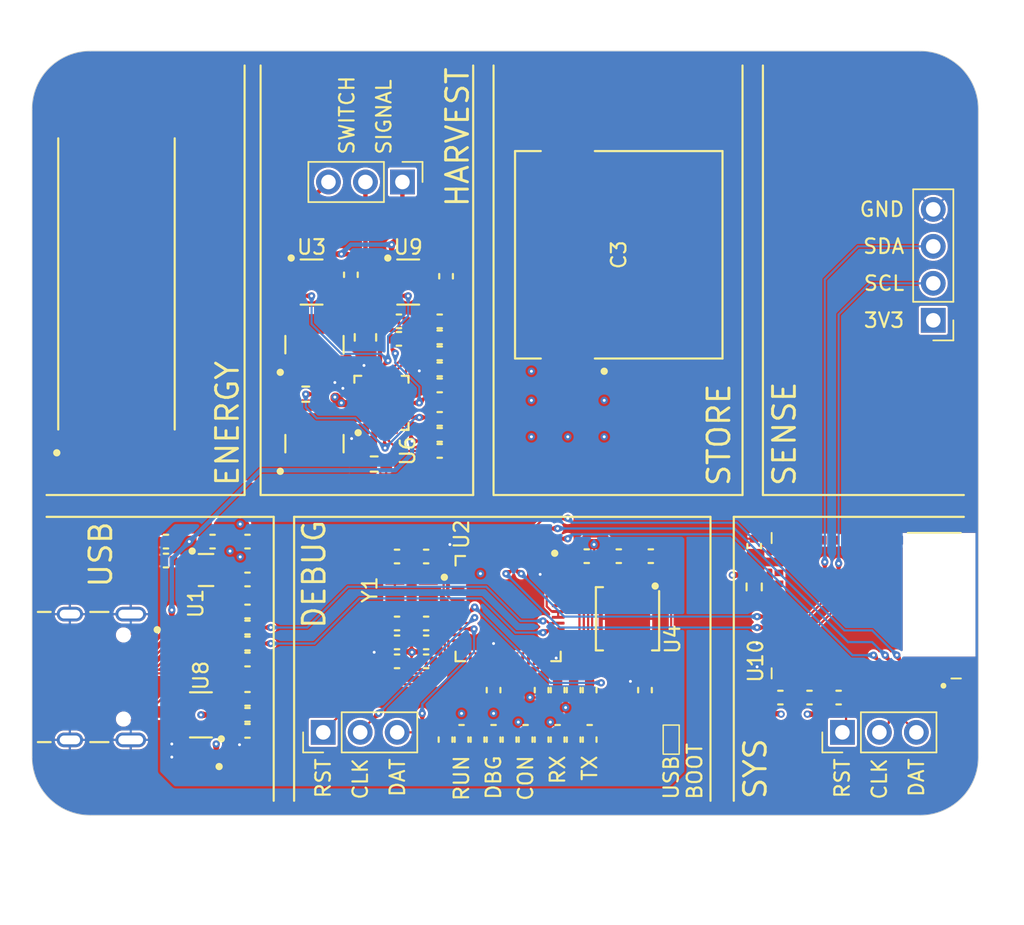
<source format=kicad_pcb>
(kicad_pcb (version 20241229) (generator "pcbnew") (generator_version "9.0")
  (layers (0 "F.Cu" signal) (4 "In1.Cu" signal) (6 "In2.Cu" signal) (2 "B.Cu" signal) (13 "F.Paste" user) (15 "B.Paste" user) (5 "F.SilkS" user "F.Silkscreen") (7 "B.SilkS" user "B.Silkscreen") (1 "F.Mask" user) (3 "B.Mask" user) (25 "Edge.Cuts" user))
  (net 0 "")
  (net 1 "VCAP")
  (net 2 "GND")
  (net 3 "VUSB")
  (net 4 "VUSB_REG")
  (net 5 "/program/XIN")
  (net 6 "/program/XOUT")
  (net 7 "+3V3")
  (net 8 "/harvester/BQ_VOUT")
  (net 9 "/harvester/VSTOR")
  (net 10 "/harvester/VREF_SAMP")
  (net 11 "/harvester/VIN_DC")
  (net 12 "/harvester/LDO_BP")
  (net 14 "/program/cUSB_CC2")
  (net 16 "/program/cUSB_N")
  (net 17 "/program/cUSB_P")
  (net 18 "/program/cUSB_CC1")
  (net 19 "/program/nUSB_BOOT")
  (net 20 "/harvester/PASS_IN")
  (net 21 "/harvester/LBOOST")
  (net 22 "/harvester/LBUCK")
  (net 23 "/harvester/CHG_FB")
  (net 24 "/harvester/CHG_PG")
  (net 25 "/harvester/CHG_ISET")
  (net 26 "/harvester/VBAT_OK_MCU")
  (net 27 "/program/USB_N")
  (net 28 "/program/USB_P")
  (net 29 "/program/XOUT_R")
  (net 30 "/program/QSPI_SS")
  (net 31 "/mcu/SCL")
  (net 32 "/mcu/SDA")
  (net 33 "/mcu/NRST")
  (net 34 "/harvester/OK_PROG")
  (net 35 "/harvester/OK_HYST")
  (net 36 "/harvester/VRDIV")
  (net 37 "/harvester/VOUT_SET")
  (net 38 "/harvester/VBAT_OV")
  (net 39 "/program/RUN")
  (net 40 "/program/RP_SWCLK")
  (net 41 "/program/RP_SWD")
  (net 42 "/mcu/SWCLK")
  (net 43 "/mcu/SWDIO")
  (net 46 "/program/DAP_RUN_LED")
  (net 48 "/program/QSPI_CLK")
  (net 50 "/mcu/UART_RX")
  (net 51 "/program/DAP_CONN_LED")
  (net 52 "/mcu/UART_TX")
  (net 55 "/program/UART_RX_LED")
  (net 61 "/program/USB_CONN_LED")
  (net 62 "/program/UART_TX_LED")
  (net 67 "/program/QSPI1")
  (net 69 "/program/QSPI0")
  (net 70 "/program/QSPI3")
  (net 72 "/program/QSPI2")
  (net 75 "/harvester/VBAT_OK")
  (net 76 "unconnected-(U9-QOD-Pad5)")
  (net 103 "/program/+1V1")
  (net 104 "/program/DAP_RUN_LED_R")
  (net 105 "/program/DAP_CONN_LED_R")
  (net 106 "/program/USB_CONN_LED_R")
  (net 107 "/program/UART_RX_LED_R")
  (net 108 "/program/UART_TX_LED_R")
  (footprint "batteryless:XCVR_453-00001R" (layer "F.Cu") (at 85 76.6 -90)
    (property "Reference" "U10")
    (property "Value" "453-00001R")
  )
  (footprint "batteryless:LED_0402_1005Metric" (layer "F.Cu") (at 61.1 85.8 -90)
    (property "Reference" "D3" (hide yes))
    (property "Value" "Red")
  )
  (footprint "batteryless:R_0402_1005Metric" (layer "F.Cu") (at 64.4 85.8 -90)
    (property "Reference" "R22" (hide yes))
    (property "Value" "470")
  )
  (footprint "batteryless:R_0402_1005Metric" (layer "F.Cu") (at 52.4 57.072566 180)
    (property "Reference" "ROUT1" (hide yes))
    (property "Value" "4.7M")
  )
  (footprint "batteryless:KXOB25-05X3F_IXY" (layer "F.Cu") (at 33 54.5 90)
    (property "Reference" "SC1" (hide yes))
    (property "Value" "Solar_Cell")
  )
  (footprint "batteryless:R_0402_1005Metric" (layer "F.Cu") (at 42 74.8)
    (property "Reference" "R1" (hide yes))
    (property "Value" "120k")
  )
  (footprint "batteryless:R_0402_1005Metric" (layer "F.Cu") (at 55.2 58.172566 180)
    (property "Reference" "ROK2" (hide yes))
    (property "Value" "4.7M")
  )
  (footprint "batteryless:R_0402_1005Metric" (layer "F.Cu") (at 55.2 61.472566)
    (property "Reference" "ROV1" (hide yes))
    (property "Value" "4.3M")
  )
  (footprint "batteryless:C_0402_1005Metric" (layer "F.Cu") (at 52.2698 73.2229 180)
    (property "Reference" "C13" (hide yes))
    (property "Value" "100n")
  )
  (footprint "batteryless:D_SOD-323" (layer "F.Cu") (at 38.8 87 180)
    (property "Reference" "D6" (hide yes))
    (property "Value" "D")
  )
  (footprint "batteryless:C_0402_1005Metric" (layer "F.Cu") (at 54.2698 80.4229 180)
    (property "Reference" "C10" (hide yes))
    (property "Value" "100n")
  )
  (footprint "batteryless:C_0805_2012Metric" (layer "F.Cu") (at 50.1 58.172566 -90)
    (property "Reference" "C24" (hide yes))
    (property "Value" "22u")
  )
  (footprint "batteryless:C_0603_1608Metric" (layer "F.Cu") (at 50.7 66.872566)
    (property "Reference" "C29" (hide yes))
    (property "Value" "4.7u")
  )
  (footprint "batteryless:R_0402_1005Metric" (layer "F.Cu") (at 52.4 58.272566)
    (property "Reference" "ROUT2" (hide yes))
    (property "Value" "8.2M")
  )
  (footprint "batteryless:R_0402_1005Metric" (layer "F.Cu") (at 82.6 82.9125)
    (property "Reference" "R27" (hide yes))
    (property "Value" "5.1k")
  )
  (footprint "batteryless:SOT-23-6" (layer "F.Cu") (at 46.4 54.372566)
    (property "Reference" "U3")
    (property "Value" "TPS22917DBV")
  )
  (footprint "batteryless:C_0402_1005Metric" (layer "F.Cu") (at 62.2 82.4 -90)
    (property "Reference" "C15" (hide yes))
    (property "Value" "100n")
  )
  (footprint "batteryless:R_0402_1005Metric" (layer "F.Cu") (at 67.5 73.2)
    (property "Reference" "R17" (hide yes))
    (property "Value" "5.1k")
  )
  (footprint "batteryless:R_0402_1005Metric" (layer "F.Cu") (at 42 79.2)
    (property "Reference" "R14" (hide yes))
    (property "Value" "27")
  )
  (footprint "batteryless:R_0402_1005Metric" (layer "F.Cu") (at 55.2 60.372566)
    (property "Reference" "ROV2" (hide yes))
    (property "Value" "8.2M")
  )
  (footprint "batteryless:R_0402_1005Metric" (layer "F.Cu") (at 42 77)
    (property "Reference" "R23" (hide yes))
    (property "Value" "5.1k")
  )
  (footprint "batteryless:R_0402_1005Metric" (layer "F.Cu") (at 55.2 64.872566)
    (property "Reference" "R4" (hide yes))
    (property "Value" "120k")
  )
  (footprint "batteryless:C_0402_1005Metric" (layer "F.Cu") (at 76.8 72.5125 90)
    (property "Reference" "C20" (hide yes))
    (property "Value" "100n")
  )
  (footprint "batteryless:IND_TAIYO_NRS4018_TAY" (layer "F.Cu") (at 46.6 58.672566 90)
    (property "Reference" "L2" (hide yes))
    (property "Value" "10u")
  )
  (footprint "batteryless:C_0402_1005Metric" (layer "F.Cu") (at 42 84.1)
    (property "Reference" "C4" (hide yes))
    (property "Value" "1u")
  )
  (footprint "batteryless:R_0402_1005Metric" (layer "F.Cu") (at 36.4 73.5 180)
    (property "Reference" "R3" (hide yes))
    (property "Value" "750")
  )
  (footprint "batteryless:R_0402_1005Metric" (layer "F.Cu") (at 54.2698 77.8229 180)
    (property "Reference" "R15" (hide yes))
    (property "Value" "0")
  )
  (footprint "batteryless:R_0402_1005Metric" (layer "F.Cu") (at 62.2 85.8 -90)
    (property "Reference" "R21" (hide yes))
    (property "Value" "470")
  )
  (footprint "batteryless:QFN-20-1EP_3.5x3.5mm_P0.5mm_EP2x2mm" (layer "F.Cu") (at 51.2 62.672566 90)
    (property "Reference" "U6")
    (property "Value" "BQ25570")
  )
  (footprint "batteryless:R_0402_1005Metric" (layer "F.Cu") (at 42 78.1)
    (property "Reference" "R13" (hide yes))
    (property "Value" "27")
  )
  (footprint "batteryless:C_0402_1005Metric" (layer "F.Cu") (at 63.3 82.4 -90)
    (property "Reference" "C6" (hide yes))
    (property "Value" "1u")
  )
  (footprint "batteryless:C_0402_1005Metric" (layer "F.Cu") (at 49.1 53.872566 -90)
    (property "Reference" "C21" (hide yes))
    (property "Value" "1u")
  )
  (footprint "batteryless:R_0402_1005Metric" (layer "F.Cu") (at 55.2 57.072566)
    (property "Reference" "ROK1" (hide yes))
    (property "Value" "5.6M")
  )
  (footprint "batteryless:SOT-23-6" (layer "F.Cu") (at 53.0375 54.372566)
    (property "Reference" "U9")
    (property "Value" "TPS22917DBV")
  )
  (footprint "batteryless:C_0402_1005Metric" (layer "F.Cu") (at 64.4 82.4 -90)
    (property "Reference" "C14" (hide yes))
    (property "Value" "100n")
  )
  (footprint "batteryless:LED_0402_1005Metric" (layer "F.Cu") (at 58.9 85.8 -90)
    (property "Reference" "D2" (hide yes))
    (property "Value" "Green")
  )
  (footprint "batteryless:C_0402_1005Metric" (layer "F.Cu") (at 65.3 73.2)
    (property "Reference" "C16" (hide yes))
    (property "Value" "100n")
  )
  (footprint "batteryless:R_0402_1005Metric" (layer "F.Cu") (at 69.7 73.2)
    (property "Reference" "R18" (hide yes))
    (property "Value" "1k")
  )
  (footprint "batteryless:C_0402_1005Metric" (layer "F.Cu") (at 42 85.2)
    (property "Reference" "C5" (hide yes))
    (property "Value" "1u")
  )
  (footprint "batteryless:C_0402_1005Metric" (layer "F.Cu") (at 69.3 82.4 -90)
    (property "Reference" "C19" (hide yes))
    (property "Value" "100n")
  )
  (footprint "batteryless:C_0402_1005Metric" (layer "F.Cu") (at 54.2698 73.2229 180)
    (property "Reference" "C17" (hide yes))
    (property "Value" "15p")
  )
  (footprint "batteryless:SolderJumper2_Open_0402" (layer "F.Cu") (at 71.1 85.8 90)
    (property "Reference" "JP1" (hide yes))
    (property "Value" "SolderJumper_2_Open")
  )
  (footprint "batteryless:IND_TAIYO_NRS4018_TAY" (layer "F.Cu") (at 46.6 65.472566 90)
    (property "Reference" "L1" (hide yes))
    (property "Value" "22u")
  )
  (footprint "batteryless:C_0402_1005Metric" (layer "F.Cu") (at 42 83)
    (property "Reference" "C30" (hide yes))
    (property "Value" "10n")
  )
  (footprint "batteryless:LED_0402_1005Metric" (layer "F.Cu") (at 56.7 85.8 -90)
    (property "Reference" "D1" (hide yes))
    (property "Value" "Yellow")
  )
  (footprint "batteryless:PinHeader_1x03_P2.54mm_Vertical" (layer "F.Cu") (at 82.86 85.3 90)
    (property "Reference" "J4" (hide yes))
    (property "Value" "Conn_01x03_Pin")
  )
  (footprint "batteryless:PinHeader_1x03_P2.54mm_Vertical" (layer "F.Cu") (at 47.2 85.3 90)
    (property "Reference" "J3" (hide yes))
    (property "Value" "Conn_01x03_Pin")
  )
  (footprint "batteryless:R_0402_1005Metric" (layer "F.Cu") (at 78.6 82.9125)
    (property "Reference" "R26" (hide yes))
    (property "Value" "5.1k")
  )
  (footprint "batteryless:R_0402_1005Metric" (layer "F.Cu") (at 57.8 85.8 -90)
    (property "Reference" "R19" (hide yes))
    (property "Value" "470")
  )
  (footprint "batteryless:C_0603_1608Metric" (layer "F.Cu") (at 46 62.072566 180)
    (property "Reference" "C27" (hide yes))
    (property "Value" "4.7u")
  )
  (footprint "batteryless:LED_0402_1005Metric" (layer "F.Cu") (at 63.3 85.8 -90)
    (property "Reference" "D4" (hide yes))
    (property "Value" "Yellow")
  )
  (footprint "batteryless:C_0402_1005Metric" (layer "F.Cu") (at 52.2698 80.4229)
    (property "Reference" "C11" (hide yes))
    (property "Value" "100n")
  )
  (footprint "batteryless:C_0402_1005Metric" (layer "F.Cu") (at 58.9 82.4 -90)
    (property "Reference" "C12" (hide yes))
    (property "Value" "100n")
  )
  (footprint "batteryless:CAP_MAL219691154E3_VIS" (layer "F.Cu") (at 67.5 52.5 90)
    (property "Reference" "C3")
    (property "Value" "4F")
  )
  (footprint "batteryless:C_0402_1005Metric" (layer "F.Cu") (at 52.2698 79.1229)
    (property "Reference" "C9" (hide yes))
    (property "Value" "1u")
  )
  (footprint "batteryless:C_0402_1005Metric" (layer "F.Cu") (at 39.6 72.2 180)
    (property "Reference" "C1" (hide yes))
    (property "Value" "1u")
  )
  (footprint "batteryless:LED_0402_1005Metric" (layer "F.Cu") (at 65.5 85.8 -90)
    (property "Reference" "D5" (hide yes))
    (property "Value" "Green")
  )
  (footprint "batteryless:C_0603_1608Metric" (layer "F.Cu") (at 76.8 75.3125 -90)
    (property "Reference" "C22" (hide yes))
    (property "Value" "10u")
  )
  (footprint "batteryless:R_0402_1005Metric" (layer "F.Cu") (at 55.2 59.272566)
    (property "Reference" "ROK3" (hide yes))
    (property "Value" "1.2M")
  )
  (footprint "batteryless:XSON-8-1EP_4x4mm_P0.8" (layer "F.Cu") (at 68.1 77.5 -90)
    (property "Reference" "U4")
    (property "Value" "W25Q64JVXGIM")
  )
  (footprint "batteryless:C_0402_1005Metric" (layer "F.Cu") (at 65.5 82.4 -90)
    (property "Reference" "C7" (hide yes))
    (property "Value" "100n")
  )
  (footprint "batteryless:R_0402_1005Metric" (layer "F.Cu") (at 42 72.2)
    (property "Reference" "R2" (hide yes))
    (property "Value" "620k")
  )
  (footprint "batteryless:QFN-56-1EP_7x7mm_P0.4mm_EP3.2x3.2mm" (layer "F.Cu") (at 59.9 76.8 -90)
    (property "Reference" "U2")
    (property "Value" "RP2040")
  )
  (footprint "batteryless:Crystal_SMD_Abracon_ABM8" (layer "F.Cu") (at 53.2698 75.5229 180)
    (property "Reference" "Y1")
    (property "Value" "Crystal_GND24")
  )
  (footprint "batteryless:PinHeader_1x04_P2.54mm_Vertical" (layer "F.Cu") (at 89.1 57 180)
    (property "Reference" "J2" (hide yes))
    (property "Value" "Conn_01x04_Pin")
  )
  (footprint "batteryless:C_0402_1005Metric" (layer "F.Cu") (at 55.2 65.972566)
    (property "Reference" "C28" (hide yes))
    (property "Value" "10n")
  )
  (footprint "batteryless:C_0402_1005Metric" (layer "F.Cu") (at 52.2698 77.8229 180)
    (property "Reference" "C18" (hide yes))
    (property "Value" "15p")
  )
  (footprint "batteryless:C_0402_1005Metric" (layer "F.Cu") (at 55.2 63.772566)
    (property "Reference" "C26" (hide yes))
    (property "Value" "10n")
  )
  (footprint "batteryless:R_0402_1005Metric" (layer "F.Cu") (at 55.6 85.8 -90)
    (property "Reference" "R16" (hide yes))
    (property "Value" "470")
  )
  (footprint "batteryless:R_0402_1005Metric" (layer "F.Cu") (at 42 80.3)
    (property "Reference" "R24" (hide yes))
    (property "Value" "5.1k")
  )
  (footprint "batteryless:R_0402_1005Metric" (layer "F.Cu") (at 60 85.8 -90)
    (property "Reference" "R20" (hide yes))
    (property "Value" "470")
  )
  (footprint "batteryless:SOT-23-5" (layer "F.Cu") (at 38.8 84.1 180)
    (property "Reference" "U8")
    (property "Value" "LP2985-3.3")
  )
  (footprint "batteryless:R_0402_1005Metric" (layer "F.Cu") (at 80.6 82.9125 180)
    (property "Reference" "R25" (hide yes))
    (property "Value" "5.1k")
  )
  (footprint "batteryless:C_0402_1005Metric" (layer "F.Cu") (at 54.2698 79.1229 180)
    (property "Reference" "C8" (hide yes))
    (property "Value" "100n")
  )
  (footprint "batteryless:R_0402_1005Metric" (layer "F.Cu") (at 55.6375 53.972566 -90)
    (property "Reference" "R5" (hide yes))
    (property "Value" "120k")
  )
  (footprint "batteryless:C_0402_1005Metric" (layer "F.Cu") (at 36.4 72.2 180)
    (property "Reference" "C2" (hide yes))
    (property "Value" "1u")
  )
  (footprint "batteryless:WSON-8-1EP_2x2mm_P0.5mm_EP0.9x1.6mm" (layer "F.Cu") (at 39.15 74.15)
    (property "Reference" "U1")
    (property "Value" "BQ25173DSG")
  )
  (footprint "batteryless:GCT_USB4105-GF-A" (layer "F.Cu") (at 29.8 81.5 -90)
    (property "Reference" "J1" (hide yes))
    (property "Value" "USB_C_Receptacle_USB2.0_16P")
  )
  (footprint "batteryless:PinHeader_1x03_P2.54mm_Vertical" (layer "F.Cu") (at 52.64 47.5 -90)
    (property "Reference" "J5" (hide yes))
    (property "Value" "Conn_01x03_Pin")
  )
  (gr_line (start 43.8 70.5) (end 28.2 70.5) (stroke (width 0.15)) (layer "F.SilkS"))
  (gr_line (start 73.8 70.5) (end 73.8 90) (stroke (width 0.15)) (layer "F.SilkS"))
  (gr_line (start 57.5 69) (end 57.5 39.5) (stroke (width 0.15)) (layer "F.SilkS"))
  (gr_line (start 76 69) (end 76 39.5) (stroke (width 0.15)) (layer "F.SilkS"))
  (gr_line (start 91.2 70.5) (end 75.4 70.5) (stroke (width 0.15)) (layer "F.SilkS"))
  (gr_line (start 45.2 90) (end 45.2 70.5) (stroke (width 0.15)) (layer "F.SilkS"))
  (gr_line (start 42.9 39.5) (end 42.9 69) (stroke (width 0.15)) (layer "F.SilkS"))
  (gr_line (start 42.9 69) (end 57.5 69) (stroke (width 0.15)) (layer "F.SilkS"))
  (gr_line (start 77.4 69) (end 91.2 69) (stroke (width 0.15)) (layer "F.SilkS"))
  (gr_line (start 77.4 39.5) (end 77.4 69) (stroke (width 0.15)) (layer "F.SilkS"))
  (gr_line (start 45.2 70.5) (end 73.8 70.5) (stroke (width 0.15)) (layer "F.SilkS"))
  (gr_line (start 28.2 69) (end 41.8 69) (stroke (width 0.15)) (layer "F.SilkS"))
  (gr_line (start 58.9 39.5) (end 58.9 69) (stroke (width 0.15)) (layer "F.SilkS"))
  (gr_line (start 58.9 69) (end 76 69) (stroke (width 0.15)) (layer "F.SilkS"))
  (gr_line (start 41.8 69) (end 41.8 39.5) (stroke (width 0.15)) (layer "F.SilkS"))
  (gr_line (start 75.4 70.5) (end 75.4 90) (stroke (width 0.15)) (layer "F.SilkS"))
  (gr_line (start 43.8 90) (end 43.8 70.5) (stroke (width 0.15)) (layer "F.SilkS"))
  (gr_line (start 88.2 38.5) (end 31.2 38.5) (stroke (width 0.05)) (layer "Edge.Cuts"))
  (gr_arc (start 92.2 87) (mid 91.028427 89.828427) (end 88.2 91) (stroke (width 0.05)) (layer "Edge.Cuts"))
  (gr_line (start 27.2 87) (end 27.2 42.5) (stroke (width 0.05)) (layer "Edge.Cuts"))
  (gr_arc (start 88.2 38.5) (mid 91.028427 39.671573) (end 92.2 42.5) (stroke (width 0.05)) (layer "Edge.Cuts"))
  (gr_arc (start 27.2 42.5) (mid 28.371573 39.671573) (end 31.2 38.5) (stroke (width 0.05)) (layer "Edge.Cuts"))
  (gr_line (start 92.2 87) (end 92.2 42.5) (stroke (width 0.05)) (layer "Edge.Cuts"))
  (gr_arc (start 31.2 91) (mid 28.371573 89.828427) (end 27.2 87) (stroke (width 0.05)) (layer "Edge.Cuts"))
  (gr_line (start 31.2 91) (end 88.2 91) (stroke (width 0.05)) (layer "Edge.Cuts"))
  (gr_text "SCL" (at 87.2 54.46 0) (layer "F.SilkS") (effects (font (size 1 1) (thickness 0.15) (bold yes)) (justify right)))
  (gr_text "RST" (at 47.2 87 90) (layer "F.SilkS") (effects (font (size 1 1) (thickness 0.15) (bold yes)) (justify right)))
  (gr_text "RX" (at 63.3 86.8 90) (layer "F.SilkS") (effects (font (size 1 1) (thickness 0.15) (bold yes)) (justify right)))
  (gr_text "DBG" (at 58.9 86.8 90) (layer "F.SilkS") (effects (font (size 1 1) (thickness 0.15) (bold yes)) (justify right)))
  (gr_text "SWITCH" (at 48.83 45.7 90) (layer "F.SilkS") (effects (font (size 1 1) (thickness 0.15) (bold yes)) (justify left)))
  (gr_text "SDA" (at 87.2 51.92 0) (layer "F.SilkS") (effects (font (size 1 1) (thickness 0.15) (bold yes)) (justify right)))
  (gr_text "DEBUG" (at 45.7 70.6 90) (layer "F.SilkS") (effects (font (size 1.5 1.5) (thickness 0.2)) (justify right top)))
  (gr_text "3V3" (at 87.2 57 0) (layer "F.SilkS") (effects (font (size 1 1) (thickness 0.15) (bold yes)) (justify right)))
  (gr_text "USB" (at 32.8 70.7 90) (layer "F.SilkS") (effects (font (size 1.5 1.5) (thickness 0.2)) (justify right bottom)))
  (gr_text "CLK" (at 49.75 87 90) (layer "F.SilkS") (effects (font (size 1 1) (thickness 0.15) (bold yes)) (justify right)))
  (gr_text "USB\nBOOT" (at 73.3 90 90) (layer "F.SilkS") (effects (font (size 1 1) (thickness 0.15) (bold yes)) (justify left bottom)))
  (gr_text "GND" (at 87.2 49.38 0) (layer "F.SilkS") (effects (font (size 1 1) (thickness 0.15) (bold yes)) (justify right)))
  (gr_text "RST" (at 82.85 87 90) (layer "F.SilkS") (effects (font (size 1 1) (thickness 0.15) (bold yes)) (justify right)))
  (gr_text "HARVEST" (at 57.3 39.5 90) (layer "F.SilkS") (effects (font (size 1.5 1.5) (thickness 0.2)) (justify right bottom)))
  (gr_text "ENERGY" (at 41.5 68.5 90) (layer "F.SilkS") (effects (font (size 1.5 1.5) (thickness 0.2)) (justify left bottom)))
  (gr_text "TX" (at 65.5 86.8 90) (layer "F.SilkS") (effects (font (size 1 1) (thickness 0.15) (bold yes)) (justify right)))
  (gr_text "STORE" (at 73.5 68.5 90) (layer "F.SilkS") (effects (font (size 1.5 1.5) (thickness 0.2)) (justify left top)))
  (gr_text "CLK" (at 85.4 87 90) (layer "F.SilkS") (effects (font (size 1 1) (thickness 0.15) (bold yes)) (justify right)))
  (gr_text "DAT" (at 87.95 87 90) (layer "F.SilkS") (effects (font (size 1 1) (thickness 0.15) (bold yes)) (justify right)))
  (gr_text "SYS" (at 76 90 90) (layer "F.SilkS") (effects (font (size 1.5 1.5) (thickness 0.2)) (justify left top)))
  (gr_text "DAT" (at 52.3 87 90) (layer "F.SilkS") (effects (font (size 1 1) (thickness 0.15) (bold yes)) (justify right)))
  (gr_text "RUN" (at 56.7 86.8 90) (layer "F.SilkS") (effects (font (size 1 1) (thickness 0.15) (bold yes)) (justify right)))
  (gr_text "SIGNAL" (at 51.37 45.7 90) (layer "F.SilkS") (effects (font (size 1 1) (thickness 0.15) (bold yes)) (justify left)))
  (gr_text "CON" (at 61.1 86.8 90) (layer "F.SilkS") (effects (font (size 1 1) (thickness 0.15) (bold yes)) (justify right)))
  (gr_text "SENSE" (at 78 68.5 90) (layer "F.SilkS") (effects (font (size 1.5 1.5) (thickness 0.2)) (justify left top)))
  (via (at 40.8 72.85) (size 0.5) (drill 0.2) (layers "F.Cu" "B.Cu") (net 1))
  (via (at 48.45 62.672566) (size 0.5) (drill 0.2) (layers "F.Cu" "B.Cu") (net 1))
  (via (at 41.5 73.25) (size 0.5) (drill 0.2) (layers "F.Cu" "B.Cu") (net 1))
  (via (at 66.5 65) (size 0.5) (drill 0.2) (layers "F.Cu" "B.Cu") (net 1))
  (via (at 48 62.272566) (size 0.5) (drill 0.2) (layers "F.Cu" "B.Cu") (net 1))
  (via (at 61.5 65) (size 0.5) (drill 0.2) (layers "F.Cu" "B.Cu") (net 1))
  (via (at 41.5 71) (size 0.5) (drill 0.2) (layers "F.Cu" "B.Cu") (net 1))
  (via (at 61.5 62.5) (size 0.5) (drill 0.2) (layers "F.Cu" "B.Cu") (net 1))
  (via (at 61.5 60.5) (size 0.5) (drill 0.2) (layers "F.Cu" "B.Cu") (net 1))
  (via (at 66.5 62.5) (size 0.5) (drill 0.2) (layers "F.Cu" "B.Cu") (net 1))
  (via (at 64 65) (size 0.5) (drill 0.2) (layers "F.Cu" "B.Cu") (net 1))
  (segment (start 39.9375 84.1) (end 38.8 84.1) (width 0.3) (layer "F.Cu") (net 2))
  (via (at 62.8 84.6) (size 0.5) (drill 0.2) (layers "F.Cu" "B.Cu") (net 2))
  (via (at 63.85 83.6) (size 0.5) (drill 0.2) (layers "F.Cu" "B.Cu") (net 2))
  (via (at 60.6 84.6) (size 0.5) (drill 0.2) (layers "F.Cu" "B.Cu") (net 2))
  (via (at 58 74.4) (size 0.5) (drill 0.2) (layers "F.Cu" "B.Cu") (net 2))
  (via (at 77 79.2) (size 0.5) (drill 0.2) (layers "F.Cu" "B.Cu") (net 2))
  (via (at 49.15 65.122566) (size 0.5) (drill 0.2) (layers "F.Cu" "B.Cu") (net 2))
  (via (at 38.8 84.1) (size 0.5) (drill 0.2) (layers "F.Cu" "B.Cu") (net 2))
  (via (at 53.3 79.8) (size 0.5) (drill 0.2) (layers "F.Cu" "B.Cu") (net 2))
  (via (at 58.9 84) (size 0.5) (drill 0.2) (layers "F.Cu" "B.Cu") (net 2))
  (via (at 48 61.272566) (size 0.5) (drill 0.2) (layers "F.Cu" "B.Cu") (net 2))
  (via (at 77 80.8) (size 0.5) (drill 0.2) (layers "F.Cu" "B.Cu") (net 2))
  (via (at 50 60.1) (size 0.5) (drill 0.2) (layers "F.Cu" "B.Cu") (net 2))
  (via (at 53.8 60.472566) (size 0.5) (drill 0.2) (layers "F.Cu" "B.Cu") (net 2))
  (via (at 56.7 84) (size 0.5) (drill 0.2) (layers "F.Cu" "B.Cu") (net 2))
  (via (at 48.55 61.672566) (size 0.5) (drill 0.2) (layers "F.Cu" "B.Cu") (net 2))
  (via (at 65.8 72.4) (size 0.5) (drill 0.2) (layers "F.Cu" "B.Cu") (net 2))
  (via (at 61.4 82.9) (size 0.5) (drill 0.2) (layers "F.Cu" "B.Cu") (net 2))
  (segment (start 36.8 77.85) (end 35.55 79.1) (width 0.3) (layer "F.Cu") (net 3))
  (segment (start 34.074 79.1) (end 34.555 79.1) (width 0.3) (layer "F.Cu") (net 3))
  (segment (start 32.9 80.274) (end 34.074 79.1) (width 0.3) (layer "F.Cu") (net 3))
  (segment (start 54.69 64.872566) (end 54.177434 64.872566) (width 0.15) (layer "F.Cu") (net 3))
  (segment (start 35.55 79.1) (end 34.555 79.1) (width 0.3) (layer "F.Cu") (net 3))
  (segment (start 34.074 83.9) (end 32.9 82.726) (width 0.3) (layer "F.Cu") (net 3))
  (segment (start 52.660066 64.360066) (end 52.2 64.360066) (width 0.15) (layer "F.Cu") (net 3))
  (segment (start 53.3 65.3) (end 53.3 65) (width 0.15) (layer "F.Cu") (net 3))
  (segment (start 53.3 65) (end 52.660066 64.360066) (width 0.15) (layer "F.Cu") (net 3))
  (segment (start 34.555 83.9) (end 34.074 83.9) (width 0.3) (layer "F.Cu") (net 3))
  (segment (start 54.177434 64.872566) (end 53.75 65.3) (width 0.15) (layer "F.Cu") (net 3))
  (segment (start 36.8 76.9) (end 36.8 77.85) (width 0.3) (layer "F.Cu") (net 3))
  (segment (start 32.9 82.726) (end 32.9 80.274) (width 0.3) (layer "F.Cu") (net 3))
  (segment (start 53.75 65.3) (end 53.3 65.3) (width 0.15) (layer "F.Cu") (net 3))
  (via (at 38 72.2) (size 0.5) (drill 0.2) (layers "F.Cu" "B.Cu") (net 3))
  (via (at 36.8 76.9) (size 0.5) (drill 0.2) (layers "F.Cu" "B.Cu") (net 3))
  (via (at 53.3 65.3) (size 0.5) (drill 0.2) (layers "F.Cu" "B.Cu") (net 3))
  (segment (start 53.3 66.15) (end 53.3 65.3) (width 0.3) (layer "B.Cu") (net 3))
  (segment (start 38 72.2) (end 42.9 67.3) (width 0.3) (layer "B.Cu") (net 3))
  (segment (start 52.15 67.3) (end 53.3 66.15) (width 0.3) (layer "B.Cu") (net 3))
  (segment (start 36.8 73.4) (end 38 72.2) (width 0.3) (layer "B.Cu") (net 3))
  (segment (start 42.9 67.3) (end 52.15 67.3) (width 0.3) (layer "B.Cu") (net 3))
  (segment (start 36.8 76.9) (end 36.8 73.4) (width 0.3) (layer "B.Cu") (net 3))
  (segment (start 55.2698 78.134646) (end 55.004546 78.3999) (width 0.15) (layer "F.Cu") (net 4))
  (segment (start 64.8 77.2) (end 64.8 80.8) (width 0.15) (layer "F.Cu") (net 4))
  (segment (start 37.75 87) (end 36.8 87) (width 0.3) (layer "F.Cu") (net 4))
  (segment (start 66.7 71.85) (end 66.99 72.14) (width 0.15) (layer "F.Cu") (net 4))
  (segment (start 55.9 72.4) (end 53 72.4) (width 0.15) (layer "F.Cu") (net 4))
  (segment (start 64.79 73.2) (end 64.79 72.16) (width 0.15) (layer "F.Cu") (net 4))
  (segment (start 51.7598 81.1098) (end 51.9 81.25) (width 0.15) (layer "F.Cu") (net 4))
  (segment (start 51.7598 78.5099) (end 51.7598 78.9229) (width 0.15) (layer "F.Cu") (net 4))
  (segment (start 51.9 81.25) (end 54.6 81.25) (width 0.15) (layer "F.Cu") (net 4))
  (segment (start 62.9 77) (end 63.3375 77) (width 0.15) (layer "F.Cu") (net 4))
  (segment (start 51.7598 80.4229) (end 51.7598 81.1098) (width 0.15) (layer "F.Cu") (net 4))
  (segment (start 63.3375 77) (end 64.6 77) (width 0.15) (layer "F.Cu") (net 4))
  (segment (start 69.3 81.89) (end 69.3 79.46865) (width 0.15) (layer "F.Cu") (net 4))
  (segment (start 64.6 77) (end 64.8 77.2) (width 0.15) (layer "F.Cu") (net 4))
  (segment (start 55.2698 77.6229) (end 55.2698 78.134646) (width 0.15) (layer "F.Cu") (net 4))
  (segment (start 50.7 79.8) (end 51.3229 80.4229) (width 0.3) (layer "F.Cu") (net 4))
  (segment (start 55.004546 78.3999) (end 51.8698 78.3999) (width 0.15) (layer "F.Cu") (net 4))
  (segment (start 65.1 71.85) (end 66.7 71.85) (width 0.15) (layer "F.Cu") (net 4))
  (segment (start 64.8 80.8) (end 64.3 81.3) (width 0.15) (layer "F.Cu") (net 4))
  (segment (start 37.6625 85.8875) (end 37.6625 85.05) (width 0.3) (layer "F.Cu") (net 4))
  (segment (start 69.3 79.46865) (end 69.30015 79.4685) (width 0.15) (layer "F.Cu") (net 4))
  (segment (start 51.8698 78.3999) (end 51.7598 78.5099) (width 0.15) (layer "F.Cu") (net 4))
  (segment (start 63.3375 77.4) (end 63.3375 77) (width 0.15) (layer "F.Cu") (net 4))
  (segment (start 62.55 76.65) (end 62.9 77) (width 0.15) (layer "F.Cu") (net 4))
  (segment (start 66.99 72.14) (end 66.99 73.2) (width 0.15) (layer "F.Cu") (net 4))
  (segment (start 54.7 80.5027) (end 54.7798 80.4229) (width 0.15) (layer "F.Cu") (net 4))
  (segment (start 62.5 74.05) (end 62.1 74.45) (width 0.15) (layer "F.Cu") (net 4))
  (segment (start 58.9 73.3625) (end 58.9 72.65) (width 0.15) (layer "F.Cu") (net 4))
  (segment (start 51.3229 80.4229) (end 51.7598 80.4229) (width 0.3) (layer "F.Cu") (net 4))
  (segment (start 55.8927 77) (end 55.2698 77.6229) (width 0.15) (layer "F.Cu") (net 4))
  (segment (start 64.3 81.3) (end 64.3 81.89) (width 0.15) (layer "F.Cu") (net 4))
  (segment (start 58.65 72.4) (end 55.9 72.4) (width 0.15) (layer "F.Cu") (net 4))
  (segment (start 50.7 79.8) (end 51.3771 79.1229) (width 0.3) (layer "F.Cu") (net 4))
  (segment (start 58.9 81.89) (end 58.9 80.2375) (width 0.15) (layer "F.Cu") (net 4))
  (segment (start 64.79 73.2) (end 64.6275 73.3625) (width 0.15) (layer "F.Cu") (net 4))
  (segment (start 64.79 72.16) (end 65.1 71.85) (width 0.15) (layer "F.Cu") (net 4))
  (segment (start 58.9 80.2375) (end 58.9 79.2) (width 0.15) (layer "F.Cu") (net 4))
  (segment (start 53 72.4) (end 52.7798 72.6202) (width 0.15) (layer "F.Cu") (net 4))
  (segment (start 56.4625 77) (end 55.8927 77) (width 0.15) (layer "F.Cu") (net 4))
  (segment (start 41.45 86.15) (end 41.45 85.24) (width 0.3) (layer "F.Cu") (net 4))
  (segment (start 51.3771 79.1229) (end 51.7598 79.1229) (width 0.3) (layer "F.Cu") (net 4))
  (segment (start 62.55 74.9) (end 62.55 76.65) (width 0.15) (layer "F.Cu") (net 4))
  (segment (start 68.3 81.8) (end 69.21 81.8) (width 0.3) (layer "F.Cu") (net 4))
  (segment (start 58.9 72.65) (end 58.65 72.4) (width 0.15) (layer "F.Cu") (net 4))
  (segment (start 52.7798 72.6202) (end 52.7798 73.2229) (width 0.15) (layer "F.Cu") (net 4))
  (segment (start 54.7798 81.0702) (end 54.7798 80.4229) (width 0.15) (layer "F.Cu") (net 4))
  (segment (start 62.5 73.3625) (end 62.5 74.05) (width 0.15) (layer "F.Cu") (net 4))
  (segment (start 62.1 74.45) (end 62.55 74.9) (width 0.15) (layer "F.Cu") (net 4))
  (segment (start 41.45 85.24) (end 41.49 85.2) (width 0.3) (layer "F.Cu") (net 4))
  (segment (start 37.45 86.1) (end 37.6625 85.8875) (width 0.3) (layer "F.Cu") (net 4))
  (segment (start 64.6275 73.3625) (end 62.5 73.3625) (width 0.15) (layer "F.Cu") (net 4))
  (segment (start 54.6 81.25) (end 54.7798 81.0702) (width 0.15) (layer "F.Cu") (net 4))
  (segment (start 69.21 81.8) (end 69.3 81.89) (width 0.15) (layer "F.Cu") (net 4))
  (segment (start 36.8 86.1) (end 37.45 86.1) (width 0.3) (layer "F.Cu") (net 4))
  (via (at 63.2 80.2) (size 0.5) (drill 0.2) (layers "F.Cu" "B.Cu") (net 4))
  (via (at 62.1 74.45) (size 0.5) (drill 0.2) (layers "F.Cu" "B.Cu") (net 4))
  (via (at 36.8 87) (size 0.5) (drill 0.2) (layers "F.Cu" "B.Cu") (net 4))
  (via (at 58.9 79.2) (size 0.5) (drill 0.2) (layers "F.Cu" "B.Cu") (net 4))
  (via (at 68.3 81.8) (size 0.5) (drill 0.2) (layers "F.Cu" "B.Cu") (net 4))
  (via (at 55.9 72.4) (size 0.5) (drill 0.2) (layers "F.Cu" "B.Cu") (net 4))
  (via (at 41.45 86.15) (size 0.5) (drill 0.2) (layers "F.Cu" "B.Cu") (net 4))
  (via (at 36.8 86.1) (size 0.5) (drill 0.2) (layers "F.Cu" "B.Cu") (net 4))
  (via (at 50.7 79.8) (size 0.5) (drill 0.2) (layers "F.Cu" "B.Cu") (net 4))
  (segment (start 55.4698 74.8729) (end 55.2448 74.6479) (width 0.15) (layer "F.Cu") (net 5))
  (segment (start 56.025 76.2) (end 55.4698 75.6448) (width 0.15) (layer "F.Cu") (net 5))
  (segment (start 55.4698 75.6448) (end 55.4698 74.8729) (width 0.15) (layer "F.Cu") (net 5))
  (segment (start 55.2448 74.6479) (end 54.4198 74.6479) (width 0.15) (layer "F.Cu") (net 5))
  (segment (start 56.4625 76.2) (end 56.025 76.2) (width 0.15) (layer "F.Cu") (net 5))
  (segment (start 54.7798 74.2879) (end 54.4198 74.6479) (width 0.15) (layer "F.Cu") (net 5))
  (segment (start 54.7798 73.2229) (end 54.7798 74.2879) (width 0.15) (layer "F.Cu") (net 5))
  (segment (start 52.7798 77.8229) (end 53.7598 77.8229) (width 0.15) (layer "F.Cu") (net 6))
  (segment (start 52.1198 76.3979) (end 52.1198 77.1629) (width 0.15) (layer "F.Cu") (net 6))
  (segment (start 52.1198 77.1629) (end 52.7798 77.8229) (width 0.15) (layer "F.Cu") (net 6))
  (segment (start 39.85 87) (end 39.85 86.1) (width 0.3) (layer "F.Cu") (net 7))
  (segment (start 51.9 51.75) (end 52.64 51.01) (width 0.3) (layer "F.Cu") (net 7))
  (segment (start 78.09 83.84) (end 78.09 82.9125) (width 0.3) (layer "F.Cu") (net 7))
  (segment (start 80.45 84.05) (end 80.95 84.05) (width 0.3) (layer "F.Cu") (net 7))
  (segment (start 78.65 84.05) (end 78.3 84.05) (width 0.3) (layer "F.Cu") (net 7))
  (segment (start 47.5975 53.362566) (end 47.5975 52.7025) (width 0.3) (layer "F.Cu") (net 7))
  (segment (start 75.3125 74.4875) (end 75.3 74.5) (width 0.15) (layer "F.Cu") (net 7))
  (segment (start 48.45 52.45) (end 48.9 52.45) (width 0.3) (layer "F.Cu") (net 7))
  (segment (start 52.64 51.01) (end 52.64 47.5) (width 0.3) (layer "F.Cu") (net 7))
  (segment (start 82.09 82.9125) (end 81.11 82.9125) (width 0.3) (layer "F.Cu") (net 7))
  (segment (start 80.95 84.05) (end 81.11 83.89) (width 0.3) (layer "F.Cu") (net 7))
  (segment (start 76.8 74.4875) (end 75.3125 74.4875) (width 0.3) (layer "F.Cu") (net 7))
  (segment (start 48.9 52.45) (end 49.1 52.65) (width 0.3) (layer "F.Cu") (net 7))
  (segment (start 78.3 84.05) (end 78.09 83.84) (width 0.3) (layer "F.Cu") (net 7))
  (segment (start 47.5975 52.7025) (end 47.85 52.45) (width 0.3) (layer "F.Cu") (net 7))
  (segment (start 47.85 52.45) (end 48.45 52.45) (width 0.3) (layer "F.Cu") (net 7))
  (segment (start 51.9 51.8) (end 51.9 53.422566) (width 0.3) (layer "F.Cu") (net 7))
  (segment (start 76.8 73.0225) (end 76.8 74.4875) (width 0.3) (layer "F.Cu") (net 7))
  (segment (start 51.9 51.8) (end 51.9 51.75) (width 0.3) (layer "F.Cu") (net 7))
  (segment (start 49.1 52.65) (end 49.1 53.362566) (width 0.3) (layer "F.Cu") (net 7))
  (segment (start 81.11 83.89) (end 81.11 82.9125) (width 0.3) (layer "F.Cu") (net 7))
  (via (at 80.45 84.05) (size 0.5) (drill 0.254) (layers "F.Cu" "B.Cu") (net 7))
  (via (at 78.65 84.05) (size 0.5) (drill 0.254) (layers "F.Cu" "B.Cu") (net 7))
  (via (at 39.85 86.1) (size 0.5) (drill 0.2) (layers "F.Cu" "B.Cu") (net 7))
  (via (at 75.3 74.5) (size 0.5) (drill 0.254) (layers "F.Cu" "B.Cu") (net 7))
  (via (at 51.9 51.8) (size 0.5) (drill 0.2) (layers "F.Cu" "B.Cu") (net 7))
  (via (at 48.45 52.45) (size 0.5) (drill 0.2) (layers "F.Cu" "B.Cu") (net 7))
  (segment (start 48.45 52.45) (end 49.1 51.8) (width 0.3) (layer "B.Cu") (net 7))
  (segment (start 49.1 51.8) (end 51.9 51.8) (width 0.3) (layer "B.Cu") (net 7))
  (segment (start 50.1 57.260066) (end 50.1 47.5) (width 0.3) (layer "F.Cu") (net 8))
  (segment (start 50.7 60.985066) (end 50.7 60.2) (width 0.3) (layer "F.Cu") (net 8))
  (segment (start 50.7 60.2) (end 51.1 59.8) (width 0.3) (layer "F.Cu") (net 8))
  (segment (start 51.1 57.322566) (end 51.0375 57.260066) (width 0.3) (layer "F.Cu") (net 8))
  (segment (start 51.0375 57.260066) (end 50.1 57.260066) (width 0.3) (layer "F.Cu") (net 8))
  (segment (start 51.1 59.8) (end 51.1 57.322566) (width 0.3) (layer "F.Cu") (net 8))
  (segment (start 51.4 65.722566) (end 51.4 65.222566) (width 0.15) (layer "F.Cu") (net 9))
  (segment (start 51.2 65.022566) (end 51.2 64.360066) (width 0.15) (layer "F.Cu") (net 9))
  (segment (start 46.95 62.072566) (end 46.825 62.072566) (width 0.15) (layer "F.Cu") (net 9))
  (segment (start 53.8 63.672566) (end 54.59 63.672566) (width 0.15) (layer "F.Cu") (net 9))
  (segment (start 51.45 65.772566) (end 51.4 65.722566) (width 0.15) (layer "F.Cu") (net 9))
  (segment (start 51.4 65.222566) (end 51.2 65.022566) (width 0.15) (layer "F.Cu") (net 9))
  (segment (start 46 62.072566) (end 46.825 62.072566) (width 0.15) (layer "F.Cu") (net 9))
  (segment (start 49.5125 63.172566) (end 48.05 63.172566) (width 0.15) (layer "F.Cu") (net 9))
  (segment (start 48.05 63.172566) (end 46.95 62.072566) (width 0.15) (layer "F.Cu") (net 9))
  (segment (start 54.59 63.672566) (end 54.69 63.772566) (width 0.15) (layer "F.Cu") (net 9))
  (segment (start 53.8 63.672566) (end 52.8875 63.672566) (width 0.15) (layer "F.Cu") (net 9))
  (via (at 46 62.072566) (size 0.5) (drill 0.2) (layers "F.Cu" "B.Cu") (net 9))
  (via (at 51.45 65.772566) (size 0.5) (drill 0.2) (layers "F.Cu" "B.Cu") (net 9))
  (via (at 53.8 63.672566) (size 0.5) (drill 0.2) (layers "F.Cu" "B.Cu") (net 9))
  (segment (start 46.75 63.722566) (end 46 62.972566) (width 0.15) (layer "B.Cu") (net 9))
  (segment (start 46 62.972566) (end 46 62.072566) (width 0.15) (layer "B.Cu") (net 9))
  (segment (start 49.4 63.722566) (end 46.75 63.722566) (width 0.15) (layer "B.Cu") (net 9))
  (segment (start 51.45 65.772566) (end 53.55 63.672566) (width 0.15) (layer "B.Cu") (net 9))
  (segment (start 51.45 65.772566) (end 49.4 63.722566) (width 0.15) (layer "B.Cu") (net 9))
  (segment (start 53.55 63.672566) (end 53.8 63.672566) (width 0.15) (layer "B.Cu") (net 9))
  (segment (start 54.69 65.972566) (end 52.4 65.972566) (width 0.15) (layer "F.Cu") (net 10))
  (segment (start 52.4 65.972566) (end 51.7 65.272566) (width 0.15) (layer "F.Cu") (net 10))
  (segment (start 51.7 65.272566) (end 51.7 64.360066) (width 0.15) (layer "F.Cu") (net 10))
  (segment (start 37.85 82.45) (end 41.3 82.45) (width 0.15) (layer "F.Cu") (net 12))
  (segment (start 41.49 82.64) (end 41.49 83) (width 0.15) (layer "F.Cu") (net 12))
  (segment (start 37.6625 82.6375) (end 37.85 82.45) (width 0.15) (layer "F.Cu") (net 12))
  (segment (start 41.3 82.45) (end 41.49 82.64) (width 0.15) (layer "F.Cu") (net 12))
  (segment (start 37.6625 83.15) (end 37.6625 82.6375) (width 0.15) (layer "F.Cu") (net 12))
  (segment (start 34.555 83.25) (end 35.85 83.25) (width 0.15) (layer "F.Cu") (net 14))
  (segment (start 35.85 83.25) (end 38.8 80.3) (width 0.15) (layer "F.Cu") (net 14))
  (segment (start 38.8 80.3) (end 41.49 80.3) (width 0.15) (layer "F.Cu") (net 14))
  (segment (start 33.6 81.7) (end 33.65 81.75) (width 0.1524) (layer "F.Cu") (net 16))
  (segment (start 34.555 80.75) (end 35.85 80.75) (width 0.1524) (layer "F.Cu") (net 16))
  (segment (start 34.555 80.75) (end 33.65 80.75) (width 0.1524) (layer "F.Cu") (net 16))
  (segment (start 35.85 80.75) (end 38.5 78.1) (width 0.1524) (layer "F.Cu") (net 16))
  (segment (start 33.65 81.75) (end 34.555 81.75) (width 0.1524) (layer "F.Cu") (net 16))
  (segment (start 33.6 80.8) (end 33.6 81.7) (width 0.1524) (layer "F.Cu") (net 16))
  (segment (start 38.5 78.1) (end 41.49 78.1) (width 0.1524) (layer "F.Cu") (net 16))
  (segment (start 33.65 80.75) (end 33.6 80.8) (width 0.1524) (layer "F.Cu") (net 16))
  (segment (start 35.4 81.25) (end 36.6 81.25) (width 0.1524) (layer "F.Cu") (net 17))
  (segment (start 38.65 79.2) (end 41.49 79.2) (width 0.1524) (layer "F.Cu") (net 17))
  (segment (start 35.4 82.25) (end 35.45 82.2) (width 0.1524) (layer "F.Cu") (net 17))
  (segment (start 35.45 81.3) (end 35.4 81.25) (width 0.1524) (layer "F.Cu") (net 17))
  (segment (start 34.555 81.25) (end 35.4 81.25) (width 0.1524) (layer "F.Cu") (net 17))
  (segment (start 35.45 82.2) (end 35.45 81.3) (width 0.1524) (layer "F.Cu") (net 17))
  (segment (start 34.555 82.25) (end 35.4 82.25) (width 0.1524) (layer "F.Cu") (net 17))
  (segment (start 36.6 81.25) (end 38.65 79.2) (width 0.1524) (layer "F.Cu") (net 17))
  (segment (start 35.45 80.25) (end 38.7 77) (width 0.15) (layer "F.Cu") (net 18))
  (segment (start 34.555 80.25) (end 35.45 80.25) (width 0.15) (layer "F.Cu") (net 18))
  (segment (start 38.7 77) (end 41.49 77) (width 0.15) (layer "F.Cu") (net 18))
  (segment (start 71.1 85.29) (end 71.1 74.95) (width 0.15) (layer "F.Cu") (net 19))
  (segment (start 71.1 74.95) (end 70.21 74.06) (width 0.15) (layer "F.Cu") (net 19))
  (segment (start 70.21 74.06) (end 70.21 73.2) (width 0.15) (layer "F.Cu") (net 19))
  (segment (start 45.2625 49.7975) (end 47.56 47.5) (width 0.3) (layer "F.Cu") (net 20))
  (segment (start 45.2625 53.422566) (end 45.2625 49.7975) (width 0.3) (layer "F.Cu") (net 20))
  (segment (start 41.49 74.76) (end 42.51 73.74) (width 0.15) (layer "F.Cu") (net 23))
  (segment (start 40.1 73.9) (end 40.65 73.9) (width 0.15) (layer "F.Cu") (net 23))
  (segment (start 41.49 74.8) (end 41.49 74.76) (width 0.15) (layer "F.Cu") (net 23))
  (segment (start 41.49 74.74) (end 41.49 74.8) (width 0.15) (layer "F.Cu") (net 23))
  (segment (start 40.65 73.9) (end 41.49 74.74) (width 0.15) (layer "F.Cu") (net 23))
  (segment (start 42.51 73.74) (end 42.51 72.2) (width 0.15) (layer "F.Cu") (net 23))
  (segment (start 42.3 75.55) (end 42.51 75.34) (width 0.15) (layer "F.Cu") (net 24))
  (segment (start 41 75.55) (end 42.3 75.55) (width 0.15) (layer "F.Cu") (net 24))
  (segment (start 40.8 74.6) (end 40.8 75.35) (width 0.15) (layer "F.Cu") (net 24))
  (segment (start 42.51 75.34) (end 42.51 74.8) (width 0.15) (layer "F.Cu") (net 24))
  (segment (start 40.6 74.4) (end 40.8 74.6) (width 0.15) (layer "F.Cu") (net 24))
  (segment (start 40.8 75.35) (end 41 75.55) (width 0.15) (layer "F.Cu") (net 24))
  (segment (start 40.1 74.4) (end 40.6 74.4) (width 0.15) (layer "F.Cu") (net 24))
  (segment (start 37.31 73.9) (end 38.2 73.9) (width 0.15) (layer "F.Cu") (net 25))
  (segment (start 36.91 73.5) (end 37.31 73.9) (width 0.15) (layer "F.Cu") (net 25))
  (segment (start 58.45 54.5) (end 58.45 67.95) (width 0.15) (layer "F.Cu") (net 26))
  (segment (start 76.9 69.1) (end 78.55 70.75) (width 0.15) (layer "F.Cu") (net 26))
  (segment (start 55.6375 53.462566) (end 57.412566 53.462566) (width 0.15) (layer "F.Cu") (net 26))
  (segment (start 59.6 69.1) (end 76.9 69.1) (width 0.15) (layer "F.Cu") (net 26))
  (segment (start 54.175 53.422566) (end 55.5975 53.422566) (width 0.15) (layer "F.Cu") (net 26))
  (segment (start 55.5975 53.422566) (end 55.6375 53.462566) (width 0.15) (layer "F.Cu") (net 26))
  (segment (start 78.55 70.75) (end 78.55 72.103) (width 0.15) (layer "F.Cu") (net 26))
  (segment (start 58.45 67.95) (end 59.6 69.1) (width 0.15) (layer "F.Cu") (net 26))
  (segment (start 57.412566 53.462566) (end 58.45 54.5) (width 0.15) (layer "F.Cu") (net 26))
  (segment (start 62.55 77.65) (end 62.7 77.8) (width 0.1524) (layer "F.Cu") (net 27))
  (segment (start 62.7 77.8) (end 63.3375 77.8) (width 0.1524) (layer "F.Cu") (net 27))
  (segment (start 42.51 78.1) (end 43.6 78.1) (width 0.1524) (layer "F.Cu") (net 27))
  (segment (start 62.3 77.65) (end 62.55 77.65) (width 0.1524) (layer "F.Cu") (net 27))
  (via (at 62.3 77.65) (size 0.5) (drill 0.2) (layers "F.Cu" "B.Cu") (net 27))
  (via (at 43.6 78.1) (size 0.5) (drill 0.2) (layers "F.Cu" "B.Cu") (net 27))
  (segment (start 43.6 78.1) (end 46.1 78.1) (width 0.1524) (layer "B.Cu") (net 27))
  (segment (start 48.9 75.3) (end 58.4 75.3) (width 0.1524) (layer "B.Cu") (net 27))
  (segment (start 60.75 77.65) (end 62.3 77.65) (width 0.1524) (layer "B.Cu") (net 27))
  (segment (start 58.4 75.3) (end 60.75 77.65) (width 0.1524) (layer "B.Cu") (net 27))
  (segment (start 46.1 78.1) (end 48.9 75.3) (width 0.1524) (layer "B.Cu") (net 27))
  (segment (start 62.55668 78.44332) (end 62.8 78.2) (width 0.1524) (layer "F.Cu") (net 28))
  (segment (start 42.51 79.2) (end 43.6 79.2) (width 0.1524) (layer "F.Cu") (net 28))
  (segment (start 62.30668 78.44332) (end 62.55668 78.44332) (width 0.1524) (layer "F.Cu") (net 28))
  (segment (start 62.3 78.45) (end 62.30668 78.44332) (width 0.1524) (layer "F.Cu") (net 28))
  (segment (start 62.8 78.2) (end 63.3375 78.2) (width 0.1524) (layer "F.Cu") (net 28))
  (via (at 62.3 78.45) (size 0.5) (drill 0.2) (layers "F.Cu" "B.Cu") (net 28))
  (via (at 43.6 79.2) (size 0.5) (drill 0.2) (layers "F.Cu" "B.Cu") (net 28))
  (segment (start 49.7 76.1) (end 58.05 76.1) (width 0.1524) (layer "B.Cu") (net 28))
  (segment (start 60.4 78.45) (end 62.3 78.45) (width 0.1524) (layer "B.Cu") (net 28))
  (segment (start 58.05 76.1) (end 60.4 78.45) (width 0.1524) (layer "B.Cu") (net 28))
  (segment (start 46.6 79.2) (end 49.7 76.1) (width 0.1524) (layer "B.Cu") (net 28))
  (segment (start 43.6 79.2) (end 46.6 79.2) (width 0.1524) (layer "B.Cu") (net 28))
  (segment (start 55.7927 76.6) (end 54.7798 77.6129) (width 0.15) (layer "F.Cu") (net 29))
  (segment (start 56.4625 76.6) (end 55.7927 76.6) (width 0.15) (layer "F.Cu") (net 29))
  (segment (start 54.7798 77.6129) (end 54.7798 77.8229) (width 0.15) (layer "F.Cu") (net 29))
  (segment (start 64.7 73.95) (end 64.45 74.2) (width 0.15) (layer "F.Cu") (net 30))
  (segment (start 69.19 74.14) (end 69.30015 74.25015) (width 0.15) (layer "F.Cu") (net 30))
  (segment (start 68.01 73.2) (end 69.19 73.2) (width 0.15) (layer "F.Cu") (net 30))
  (segment (start 67.26 73.95) (end 68.01 73.2) (width 0.15) (layer "F.Cu") (net 30))
  (segment (start 69.30015 74.25015) (end 69.30015 75.5315) (width 0.15) (layer "F.Cu") (net 30))
  (segment (start 67.26 73.95) (end 64.7 73.95) (width 0.15) (layer "F.Cu") (net 30))
  (segment (start 64.45 74.2) (end 63.3375 74.2) (width 0.15) (layer "F.Cu") (net 30))
  (segment (start 69.19 73.2) (end 69.19 74.14) (width 0.15) (layer "F.Cu") (net 30))
  (segment (start 80.09 81.237) (end 80.05 81.197) (width 0.15) (layer "F.Cu") (net 31))
  (segment (start 80.05 79.15) (end 82.6 76.6) (width 0.15) (layer "F.Cu") (net 31))
  (segment (start 80.05 81.197) (end 80.05 79.15) (width 0.15) (layer "F.Cu") (net 31))
  (segment (start 82.6 76.6) (end 82.6 73.7) (width 0.15) (layer "F.Cu") (net 31))
  (segment (start 80.09 82.9125) (end 80.09 81.237) (width 0.15) (layer "F.Cu") (net 31))
  (via (at 82.6 73.7) (size 0.5) (drill 0.2) (layers "F.Cu" "B.Cu") (net 31))
  (segment (start 82.6 73.7) (end 82.6 56.6) (width 0.15) (layer "B.Cu") (net 31))
  (segment (start 82.6 56.6) (end 84.74 54.46) (width 0.15) (layer "B.Cu") (net 31))
  (segment (start 84.74 54.46) (end 89.1 54.46) (width 0.15) (layer "B.Cu") (net 31))
  (segment (start 81.65 76.2) (end 81.65 73.6) (width 0.15) (layer "F.Cu") (net 32))
  (segment (start 79.3 80.997) (end 79.3 78.55) (width 0.15) (layer "F.Cu") (net 32))
  (segment (start 79.11 81.187) (end 79.3 80.997) (width 0.15) (layer "F.Cu") (net 32))
  (segment (start 79.3 78.55) (end 81.65 76.2) (width 0.15) (layer "F.Cu") (net 32))
  (segment (start 79.11 82.9125) (end 79.11 81.187) (width 0.15) (layer "F.Cu") (net 32))
  (via (at 81.65 73.6) (size 0.5) (drill 0.2) (layers "F.Cu" "B.Cu") (net 32))
  (segment (start 83.93 51.92) (end 89.1 51.92) (width 0.15) (layer "B.Cu") (net 32))
  (segment (start 81.65 73.6) (end 81.65 54.2) (width 0.15) (layer "B.Cu") (net 32))
  (segment (start 81.65 54.2) (end 83.93 51.92) (width 0.15) (layer "B.Cu") (net 32))
  (segment (start 61.7 73.3625) (end 61.7 72.65) (width 0.15) (layer "F.Cu") (net 33))
  (segment (start 83.11 82.9125) (end 83.11 85.05) (width 0.15) (layer "F.Cu") (net 33))
  (segment (start 84.8375 82.9125) (end 85.3 82.45) (width 0.15) (layer "F.Cu") (net 33))
  (segment (start 83.11 85.05) (end 82.86 85.3) (width 0.15) (layer "F.Cu") (net 33))
  (segment (start 85.3 80.3) (end 85 80) (width 0.15) (layer "F.Cu") (net 33))
  (segment (start 83.11 82.9125) (end 84.8375 82.9125) (width 0.15) (layer "F.Cu") (net 33))
  (segment (start 83.11 82.9125) (end 83.2875 82.9125) (width 0.15) (layer "F.Cu") (net 33))
  (segment (start 85.3 81.097) (end 85.3 80.3) (width 0.15) (layer "F.Cu") (net 33))
  (segment (start 83.3 82.9) (end 83.2875 82.9125) (width 0.15) (layer "F.Cu") (net 33))
  (segment (start 85.3 82.45) (end 85.3 81.097) (width 0.15) (layer "F.Cu") (net 33))
  (segment (start 62.35 72) (end 64 72) (width 0.15) (layer "F.Cu") (net 33))
  (segment (start 61.7 72.65) (end 62.35 72) (width 0.15) (layer "F.Cu") (net 33))
  (via (at 64 72) (size 0.5) (drill 0.2) (layers "F.Cu" "B.Cu") (net 33))
  (via (at 85 80) (size 0.5) (drill 0.2) (layers "F.Cu" "B.Cu") (net 33))
  (segment (start 64.3 71.7) (end 75.25 71.7) (width 0.15) (layer "B.Cu") (net 33))
  (segment (start 64 72) (end 64.3 71.7) (width 0.15) (layer "B.Cu") (net 33))
  (segment (start 83.55 80) (end 85 80) (width 0.15) (layer "B.Cu") (net 33))
  (segment (start 75.25 71.7) (end 83.55 80) (width 0.15) (layer "B.Cu") (net 33))
  (segment (start 54.69 58.172566) (end 54.69 57.072566) (width 0.15) (layer "F.Cu") (net 34))
  (segment (start 52.2 60.472566) (end 53.6 59.072566) (width 0.15) (layer "F.Cu") (net 34))
  (segment (start 52.2 60.985066) (end 52.2 60.472566) (width 0.15) (layer "F.Cu") (net 34))
  (segment (start 53.6 58.522566) (end 53.95 58.172566) (width 0.15) (layer "F.Cu") (net 34))
  (segment (start 53.95 58.172566) (end 54.69 58.172566) (width 0.15) (layer "F.Cu") (net 34))
  (segment (start 53.6 59.072566) (end 53.6 58.522566) (width 0.15) (layer "F.Cu") (net 34))
  (segment (start 52.8875 60.27332) (end 54.438254 58.722566) (width 0.15) (layer "F.Cu") (net 35))
  (segment (start 55.16 58.722566) (end 55.71 58.172566) (width 0.15) (layer "F.Cu") (net 35))
  (segment (start 55.71 59.272566) (end 55.71 58.172566) (width 0.15) (layer "F.Cu") (net 35))
  (segment (start 52.8875 61.672566) (end 52.8875 60.27332) (width 0.15) (layer "F.Cu") (net 35))
  (segment (start 54.438254 58.722566) (end 55.16 58.722566) (width 0.15) (layer "F.Cu") (net 35))
  (segment (start 54.2 62.272566) (end 54.2 60.872566) (width 0.15) (layer "F.Cu") (net 36))
  (segment (start 54.2 60.872566) (end 54.69 60.382566) (width 0.15) (layer "F.Cu") (net 36))
  (segment (start 53.8 62.672566) (end 52.8875 62.672566) (width 0.15) (layer "F.Cu") (net 36))
  (segment (start 53.8 62.672566) (end 54.2 62.272566) (width 0.15) (layer "F.Cu") (net 36))
  (segment (start 51.9 59.022566) (end 51.9 58.282566) (width 0.15) (layer "F.Cu") (net 36))
  (segment (start 54.69 60.372566) (end 54.69 59.272566) (width 0.15) (layer "F.Cu") (net 36))
  (segment (start 54.69 60.382566) (end 54.69 60.372566) (width 0.15) (layer "F.Cu") (net 36))
  (segment (start 51.9 58.282566) (end 51.89 58.272566) (width 0.15) (layer "F.Cu") (net 36))
  (segment (start 52.15 59.272566) (end 51.9 59.022566) (width 0.15) (layer "F.Cu") (net 36))
  (via (at 52.15 59.272566) (size 0.5) (drill 0.2) (layers "F.Cu" "B.Cu") (net 36))
  (via (at 53.8 62.672566) (size 0.5) (drill 0.2) (layers "F.Cu" "B.Cu") (net 36))
  (segment (start 53.8 61.572566) (end 52.15 59.922566) (width 0.15) (layer "B.Cu") (net 36))
  (segment (start 52.15 59.922566) (end 52.15 59.272566) (width 0.15) (layer "B.Cu") (net 36))
  (segment (start 53.8 62.672566) (end 53.8 61.572566) (width 0.15) (layer "B.Cu") (net 36))
  (segment (start 52.91 59.337567) (end 52.91 57.072566) (width 0.15) (layer "F.Cu") (net 37))
  (segment (start 51.7 60.985066) (end 51.7 60.547567) (width 0.15) (layer "F.Cu") (net 37))
  (segment (start 51.7 60.547567) (end 52.91 59.337567) (width 0.15) (layer "F.Cu") (net 37))
  (segment (start 54.69 61.392566) (end 55.71 60.372566) (width 0.15) (layer "F.Cu") (net 38))
  (segment (start 53.946296 63.172566) (end 54.69 62.428862) (width 0.15) (layer "F.Cu") (net 38))
  (segment (start 52.8875 63.172566) (end 53.946296 63.172566) (width 0.15) (layer "F.Cu") (net 38))
  (segment (start 54.69 62.428862) (end 54.69 61.472566) (width 0.15) (layer "F.Cu") (net 38))
  (segment (start 54.69 61.472566) (end 54.69 61.392566) (width 0.15) (layer "F.Cu") (net 38))
  (segment (start 55.85 78.6) (end 56.4625 78.6) (width 0.15) (layer "F.Cu") (net 39))
  (segment (start 55.55 78.9) (end 55.85 78.6) (width 0.15) (layer "F.Cu") (net 39))
  (segment (start 55.55 81.45) (end 55.55 78.9) (width 0.15) (layer "F.Cu") (net 39))
  (segment (start 55 82) (end 55.55 81.45) (width 0.15) (layer "F.Cu") (net 39))
  (segment (start 50.46 82) (end 55 82) (width 0.15) (layer "F.Cu") (net 39))
  (segment (start 47.16 85.3) (end 50.46 82) (width 0.15) (layer "F.Cu") (net 39))
  (segment (start 51 84) (end 49.7 85.3) (width 0.15) (layer "F.Cu") (net 40))
  (segment (start 57.1927 77.8) (end 57.5698 77.4229) (width 0.15) (layer "F.Cu") (net 40))
  (segment (start 56.4625 77.8) (end 57.1927 77.8) (width 0.15) (layer "F.Cu") (net 40))
  (via (at 57.6 77.4229) (size 0.5) (drill 0.2) (layers "F.Cu" "B.Cu") (net 40))
  (via (at 51 84) (size 0.5) (drill 0.2) (layers "F.Cu" "B.Cu") (net 40))
  (segment (start 51 84) (end 57.5771 77.4229) (width 0.15) (layer "B.Cu") (net 40))
  (segment (start 57.5771 77.4229) (end 57.6 77.4229) (width 0.15) (layer "B.Cu") (net 40))
  (segment (start 54 84.85) (end 53.55 85.3) (width 0.15) (layer "F.Cu") (net 41))
  (segment (start 53.55 85.3) (end 52.7 85.3) (width 0.15) (layer "F.Cu") (net 41))
  (segment (start 57.5469 78.2) (end 56.4625 78.2) (width 0.15) (layer "F.Cu") (net 41))
  (segment (start 54 84) (end 54 84.85) (width 0.15) (layer "F.Cu") (net 41))
  (via (at 54 84) (size 0.5) (drill 0.2) (layers "F.Cu" "B.Cu") (net 41))
  (via (at 57.56 78.2) (size 0.5) (drill 0.2) (layers "F.Cu" "B.Cu") (net 41))
  (segment (start 57.5698 78.2) (end 57.6 78.2302) (width 0.15) (layer "B.Cu") (net 41))
  (segment (start 57.56 79.79) (end 57.56 78.2) (width 0.15) (layer "B.Cu") (net 41))
  (segment (start 54 84) (end 54 83.35) (width 0.15) (layer "B.Cu") (net 41))
  (segment (start 54 83.35) (end 57.56 79.79) (width 0.15) (layer "B.Cu") (net 41))
  (segment (start 86.05 84.65) (end 85.4 85.3) (width 0.15) (layer "F.Cu") (net 42))
  (segment (start 86.05 81.097) (end 86.05 84.65) (width 0.15) (layer "F.Cu") (net 42))
  (segment (start 61.3 72.35) (end 62.35 71.3) (width 0.15) (layer "F.Cu") (net 42))
  (segment (start 62.35 71.3) (end 63.3 71.3) (width 0.15) (layer "F.Cu") (net 42))
  (segment (start 86.05 80.25) (end 85.8 80) (width 0.15) (layer "F.Cu") (net 42))
  (segment (start 61.3 73.3625) (end 61.3 72.35) (width 0.15) (layer "F.Cu") (net 42))
  (segment (start 86.05 81.097) (end 86.05 80.25) (width 0.15) (layer "F.Cu") (net 42))
  (via (at 63.3 71.3) (size 0.5) (drill 0.2) (layers "F.Cu" "B.Cu") (net 42))
  (via (at 85.8 80) (size 0.5) (drill 0.2) (layers "F.Cu" "B.Cu") (net 42))
  (segment (start 63.3 71.3) (end 75.45 71.3) (width 0.15) (layer "B.Cu") (net 42))
  (segment (start 84.9 79.1) (end 85.8 80) (width 0.15) (layer "B.Cu") (net 42))
  (segment (start 83.25 79.1) (end 84.9 79.1) (width 0.15) (layer "B.Cu") (net 42))
  (segment (start 75.45 71.3) (end 83.25 79.1) (width 0.15) (layer "B.Cu") (net 42))
  (segment (start 86.8 80.2) (end 86.6 80) (width 0.15) (layer "F.Cu") (net 43))
  (segment (start 86.8 84.16) (end 87.94 85.3) (width 0.15) (layer "F.Cu") (net 43))
  (segment (start 60.9 72.05) (end 62.35 70.6) (width 0.15) (layer "F.Cu") (net 43))
  (segment (start 86.8 81.097) (end 86.8 84.16) (width 0.15) (layer "F.Cu") (net 43))
  (segment (start 86.8 81.097) (end 86.8 80.2) (width 0.15) (layer "F.Cu") (net 43))
  (segment (start 60.9 73.3625) (end 60.9 72.05) (width 0.15) (layer "F.Cu") (net 43))
  (segment (start 62.35 70.6) (end 64 70.6) (width 0.15) (layer "F.Cu") (net 43))
  (via (at 86.6 80) (size 0.5) (drill 0.2) (layers "F.Cu" "B.Cu") (net 43))
  (via (at 64 70.6) (size 0.5) (drill 0.2) (layers "F.Cu" "B.Cu") (net 43))
  (segment (start 64.3 70.9) (end 64 70.6) (width 0.15) (layer "B.Cu") (net 43))
  (segment (start 75.6 70.9) (end 64.3 70.9) (width 0.15) (layer "B.Cu") (net 43))
  (segment (start 86.6 80) (end 84.9 78.3) (width 0.15) (layer "B.Cu") (net 43))
  (segment (start 86.6 80) (end 86.6 79.95) (width 0.15) (layer "B.Cu") (net 43))
  (segment (start 83 78.3) (end 75.6 70.9) (width 0.15) (layer "B.Cu") (net 43))
  (segment (start 84.9 78.3) (end 83 78.3) (width 0.15) (layer "B.Cu") (net 43))
  (segment (start 55.6 85.29) (end 55.6 83.3) (width 0.15) (layer "F.Cu") (net 46))
  (segment (start 57.7 81.2) (end 57.7 80.2375) (width 0.15) (layer "F.Cu") (net 46))
  (segment (start 55.6 83.3) (end 57.7 81.2) (width 0.15) (layer "F.Cu") (net 46))
  (segment (start 67.6 80.3) (end 66.043152 80.3) (width 0.15) (layer "F.Cu") (net 48))
  (segment (start 65.2 75.8) (end 63.3375 75.8) (width 0.15) (layer "F.Cu") (net 48))
  (segment (start 67.69995 79.4685) (end 67.69995 80.20005) (width 0.15) (layer "F.Cu") (net 48))
  (segment (start 65.672 79.928848) (end 65.672 76.272) (width 0.15) (layer "F.Cu") (net 48))
  (segment (start 65.672 76.272) (end 65.2 75.8) (width 0.15) (layer "F.Cu") (net 48))
  (segment (start 66.043152 80.3) (end 65.672 79.928848) (width 0.15) (layer "F.Cu") (net 48))
  (segment (start 67.69995 80.20005) (end 67.6 80.3) (width 0.15) (layer "F.Cu") (net 48))
  (segment (start 60.1 74.249997) (end 60.1 73.3625) (width 0.15) (layer "F.Cu") (net 50))
  (segment (start 59.949997 74.4) (end 60.1 74.249997) (width 0.15) (layer "F.Cu") (net 50))
  (segment (start 77 78.1) (end 78.4 78.1) (width 0.15) (layer "F.Cu") (net 50))
  (segment (start 59.75 74.4) (end 59.949997 74.4) (width 0.15) (layer "F.Cu") (net 50))
  (via (at 59.75 74.4) (size 0.5) (drill 0.2) (layers "F.Cu" "B.Cu") (net 50))
  (via (at 77 78.1) (size 0.5) (drill 0.2) (layers "F.Cu" "B.Cu") (net 50))
  (segment (start 59.75 74.4) (end 63.45 78.1) (width 0.15) (layer "B.Cu") (net 50))
  (segment (start 63.45 78.1) (end 77 78.1) (width 0.15) (layer "B.Cu") (net 50))
  (segment (start 58.1 82.4) (end 58.1 80.2375) (width 0.15) (layer "F.Cu") (net 51))
  (segment (start 57.8 85.29) (end 57.8 82.7) (width 0.15) (layer "F.Cu") (net 51))
  (segment (start 57.8 82.7) (end 58.1 82.4) (width 0.15) (layer "F.Cu") (net 51))
  (segment (start 60.5 74.3) (end 60.5 73.3625) (width 0.15) (layer "F.Cu") (net 52))
  (segment (start 60.6 74.4) (end 60.5 74.3) (width 0.15) (layer "F.Cu") (net 52))
  (segment (start 77 77.35) (end 78.4 77.35) (width 0.15) (layer "F.Cu") (net 52))
  (segment (start 60.8 74.4) (end 60.6 74.4) (width 0.15) (layer "F.Cu") (net 52))
  (via (at 77 77.35) (size 0.5) (drill 0.2) (layers "F.Cu" "B.Cu") (net 52))
  (via (at 60.8 74.4) (size 0.5) (drill 0.2) (layers "F.Cu" "B.Cu") (net 52))
  (segment (start 63.75 77.35) (end 77 77.35) (width 0.15) (layer "B.Cu") (net 52))
  (segment (start 60.8 74.4) (end 63.75 77.35) (width 0.15) (layer "B.Cu") (net 52))
  (segment (start 60.55 82) (end 60.55 83.65) (width 0.15) (layer "F.Cu") (net 55))
  (segment (start 62.2 84.5) (end 62.2 85.29) (width 0.15) (layer "F.Cu") (net 55))
  (segment (start 60.9 84) (end 61.7 84) (width 0.15) (layer "F.Cu") (net 55))
  (segment (start 60.55 83.65) (end 60.9 84) (width 0.15) (layer "F.Cu") (net 55))
  (segment (start 59.7 81.15) (end 60.55 82) (width 0.15) (layer "F.Cu") (net 55))
  (segment (start 61.7 84) (end 62.2 84.5) (width 0.15) (layer "F.Cu") (net 55))
  (segment (start 59.7 81.15) (end 59.7 80.2375) (width 0.15) (layer "F.Cu") (net 55))
  (segment (start 60 85.29) (end 60 81.95) (width 0.15) (layer "F.Cu") (net 61))
  (segment (start 60 81.95) (end 59.3 81.25) (width 0.15) (layer "F.Cu") (net 61))
  (segment (start 59.3 81.25) (end 59.3 80.2375) (width 0.15) (layer "F.Cu") (net 61))
  (segment (start 62.75 83.7) (end 63.15 84.1) (width 0.15) (layer "F.Cu") (net 62))
  (segment (start 60.85 83.35) (end 61.2 83.7) (width 0.15) (layer "F.Cu") (net 62))
  (segment (start 60.1 80.2375) (end 60.1 81.1) (width 0.15) (layer "F.Cu") (net 62))
  (segment (start 63.15 84.1) (end 63.7 84.1) (width 0.15) (layer "F.Cu") (net 62))
  (segment (start 63.7 84.1) (end 64.4 84.8) (width 0.15) (layer "F.Cu") (net 62))
  (segment (start 61.2 83.7) (end 62.75 83.7) (width 0.15) (layer "F.Cu") (net 62))
  (segment (start 64.4 84.8) (end 64.4 85.29) (width 0.15) (layer "F.Cu") (net 62))
  (segment (start 60.85 81.85) (end 60.85 83.35) (width 0.15) (layer "F.Cu") (net 62))
  (segment (start 60.1 81.1) (end 60.85 81.85) (width 0.15) (layer "F.Cu") (net 62))
  (segment (start 68.50005 75.0005) (end 68.50005 75.5315) (width 0.15) (layer "F.Cu") (net 67))
  (segment (start 67.89955 74.4) (end 68.50005 75.0005) (width 0.15) (layer "F.Cu") (net 67))
  (segment (start 64.9 74.4) (end 67.89955 74.4) (width 0.15) (layer "F.Cu") (net 67))
  (segment (start 63.3375 74.6) (end 64.7 74.6) (width 0.15) (layer "F.Cu") (net 67))
  (segment (start 64.7 74.6) (end 64.9 74.4) (width 0.15) (layer "F.Cu") (net 67))
  (segment (start 66.2685 79.4685) (end 66.89985 79.4685) (width 0.15) (layer "F.Cu") (net 69))
  (segment (start 63.3375 75.4) (end 65.4 75.4) (width 0.15) (layer "F.Cu") (net 69))
  (segment (start 65.4 75.4) (end 65.95 75.95) (width 0.15) (layer "F.Cu") (net 69))
  (segment (start 65.95 79.15) (end 66.2685 79.4685) (width 0.15) (layer "F.Cu") (net 69))
  (segment (start 65.95 75.95) (end 65.95 79.15) (width 0.15) (layer "F.Cu") (net 69))
  (segment (start 68.272 80.578) (end 65.928 80.578) (width 0.15) (layer "F.Cu") (net 70))
  (segment (start 65.928 80.578) (end 65.394 80.044) (width 0.15) (layer "F.Cu") (net 70))
  (segment (start 68.50005 79.4685) (end 68.50005 80.34995) (width 0.15) (layer "F.Cu") (net 70))
  (segment (start 65 76.2) (end 63.3375 76.2) (width 0.15) (layer "F.Cu") (net 70))
  (segment (start 68.50005 80.34995) (end 68.272 80.578) (width 0.15) (layer "F.Cu") (net 70))
  (segment (start 65.394 76.594) (end 65 76.2) (width 0.15) (layer "F.Cu") (net 70))
  (segment (start 65.394 80.044) (end 65.394 76.594) (width 0.15) (layer "F.Cu") (net 70))
  (segment (start 67.6 74.75) (end 67.69995 74.84995) (width 0.15) (layer "F.Cu") (net 72))
  (segment (start 65.15 74.75) (end 67.6 74.75) (width 0.15) (layer "F.Cu") (net 72))
  (segment (start 67.69995 74.84995) (end 67.69995 75.5315) (width 0.15) (layer "F.Cu") (net 72))
  (segment (start 63.3375 75) (end 64.9 75) (width 0.15) (layer "F.Cu") (net 72))
  (segment (start 64.9 75) (end 65.15 74.75) (width 0.15) (layer "F.Cu") (net 72))
  (segment (start 51.2 60.222566) (end 51.2 60.985066) (width 0.15) (layer "F.Cu") (net 75))
  (segment (start 53.0375 55.322566) (end 51.9 55.322566) (width 0.15) (layer "F.Cu") (net 75))
  (segment (start 46.4 55.322566) (end 45.2625 55.322566) (width 0.15) (layer "F.Cu") (net 75))
  (segment (start 51.65 59.772566) (end 51.2 60.222566) (width 0.15) (layer "F.Cu") (net 75))
  (via (at 51.65 59.772566) (size 0.5) (drill 0.2) (layers "F.Cu" "B.Cu") (net 75))
  (via (at 46.4 55.322566) (size 0.5) (drill 0.2) (layers "F.Cu" "B.Cu") (net 75))
  (via (at 53.0375 55.322566) (size 0.5) (drill 0.2) (layers "F.Cu" "B.Cu") (net 75))
  (segment (start 51.65 58.1) (end 53.0375 56.7125) (width 0.15) (layer "B.Cu") (net 75))
  (segment (start 53.0375 56.7125) (end 53.0375 55.322566) (width 0.15) (layer "B.Cu") (net 75))
  (segment (start 48.45 59.3) (end 46.4 57.25) (width 0.15) (layer "B.Cu") (net 75))
  (segment (start 46.4 57.25) (end 46.4 55.322566) (width 0.15) (layer "B.Cu") (net 75))
  (segment (start 51.65 59.772566) (end 51.65 58.1) (width 0.15) (layer "B.Cu") (net 75))
  (segment (start 51.65 59.772566) (end 51.177434 59.3) (width 0.15) (layer "B.Cu") (net 75))
  (segment (start 51.177434 59.3) (end 48.45 59.3) (width 0.15) (layer "B.Cu") (net 75))
  (segment (start 54.2375 54.470066) (end 54.2875 54.420066) (width 0.15) (layer "F.Cu") (net 76))
  (segment (start 64.05 78.75) (end 64.05 80.4) (width 0.15) (layer "F.Cu") (net 103))
  (segment (start 65.027 82.363) (end 65.5 81.89) (width 0.15) (layer "F.Cu") (net 103))
  (segment (start 56.4625 77.4) (end 56.9 77.4) (width 0.15) (layer "F.Cu") (net 103))
  (segment (start 66.21 81.89) (end 66.25 81.85) (width 0.15) (layer "F.Cu") (net 103))
  (segment (start 55.8927 77.4) (end 55.5478 77.7449) (width 0.15) (layer "F.Cu") (net 103))
  (segment (start 63.3 81.89) (end 63.773 82.363) (width 0.15) (layer "F.Cu") (net 103))
  (segment (start 64.05 80.4) (end 63.3 81.15) (width 0.15) (layer "F.Cu") (net 103))
  (segment (start 65.5 81.25) (end 65.5 81.79) (width 0.15) (layer "F.Cu") (net 103))
  (segment (start 65.1 80.85) (end 65.5 81.25) (width 0.15) (layer "F.Cu") (net 103))
  (segment (start 63.9 78.6) (end 64.05 78.75) (width 0.15) (layer "F.Cu") (net 103))
  (segment (start 65.1 76.8) (end 65.1 80.85) (width 0.15) (layer "F.Cu") (net 103))
  (segment (start 66.25 81.85) (end 66.3 81.9) (width 0.15) (layer "F.Cu") (net 103))
  (segment (start 56.4625 77.4) (end 55.8927 77.4) (width 0.15) (layer "F.Cu") (net 103))
  (segment (start 54.874698 78.9229) (end 54.7798 78.9229) (width 0.15) (layer "F.Cu") (net 103))
  (segment (start 65.5 81.79) (end 65.4 81.89) (width 0.15) (layer "F.Cu") (net 103))
  (segment (start 63.773 82.363) (end 65.027 82.363) (width 0.15) (layer "F.Cu") (net 103))
  (segment (start 64.9 76.6) (end 65.1 76.8) (width 0.15) (layer "F.Cu") (net 103))
  (segment (start 63.3375 76.6) (end 64.9 76.6) (width 0.15) (layer "F.Cu") (net 103))
  (segment (start 55.5478 77.7449) (end 55.5478 78.249798) (width 0.15) (layer "F.Cu") (net 103))
  (segment (start 63.3 81.15) (end 63.3 81.79) (width 0.15) (layer "F.Cu") (net 103))
  (segment (start 55.5478 78.249798) (end 54.874698 78.9229) (width 0.15) (layer "F.Cu") (net 103))
  (segment (start 56.9 77.4) (end 57.6 76.7) (width 0.15) (layer "F.Cu") (net 103))
  (segment (start 63.3375 78.6) (end 63.9 78.6) (width 0.15) (layer "F.Cu") (net 103))
  (segment (start 65.5 81.89) (end 66.21 81.89) (width 0.15) (layer "F.Cu") (net 103))
  (segment (start 63.3 81.79) (end 63.2 81.89) (width 0.15) (layer "F.Cu") (net 103))
  (via (at 66.3 81.9) (size 0.5) (drill 0.2) (layers "F.Cu" "B.Cu") (net 103))
  (via (at 57.6 76.7) (size 0.5) (drill 0.2) (layers "F.Cu" "B.Cu") (net 103))
  (segment (start 57.6 76.7) (end 62.8 81.9) (width 0.15) (layer "B.Cu") (net 103))
  (segment (start 62.8 81.9) (end 66.3 81.9) (width 0.15) (layer "B.Cu") (net 103))
  (segment (start 55.6 86.31) (end 56.7 86.31) (width 0.15) (layer "F.Cu") (net 104))
  (segment (start 57.8 86.31) (end 58.9 86.31) (width 0.15) (layer "F.Cu") (net 105))
  (segment (start 60 86.31) (end 61.1 86.31) (width 0.15) (layer "F.Cu") (net 106))
  (segment (start 62.2 86.31) (end 63.3 86.31) (width 0.15) (layer "F.Cu") (net 107))
  (segment (start 64.4 86.31) (end 65.5 86.31) (width 0.15) (layer "F.Cu") (net 108))
  (zone (net 7) (net_name "+3V3") (layer "F.Cu") (priority 6) (connect_pads yes (clearance 0.15)) (min_thickness 0.25) (fill yes (thermal_gap 0.5) (thermal_bridge_width 0.5))
    (polygon (pts (xy 76.3 72.8) (xy 76.4 72.7) (xy 77.4 72.7) (xy 77.5 72.8) (xy 77.5 73.2) (xy 77.6 73.3) (xy 78.8 73.3) (xy 78.9 73.4) (xy 78.9 73.8) (xy 78.8 73.9) (xy 77.6 73.9) (xy 77.5 74) (xy 77.5 74.8) (xy 77.4 74.9) (xy 76.4 74.9) (xy 76.3 74.8)))
  )
  (zone (net 4) (net_name "VUSB_REG") (layer "F.Cu") (priority 7) (connect_pads yes (clearance 0.15)) (min_thickness 0.25) (fill yes (thermal_gap 0.5) (thermal_bridge_width 0.5))
    (polygon (pts (xy 62.9 78.8) (xy 63.8 78.8) (xy 63.9 78.9) (xy 63.9 80.3) (xy 62.7 81.5) (xy 62.7 82.1) (xy 62.6 82.2) (xy 61.9 82.2) (xy 61.8 82.1) (xy 61.8 81.4) (xy 62.3 80.9) (xy 62.3 79.4)))
  )
  (zone (net 21) (net_name "/harvester/LBOOST") (layer "F.Cu") (priority 5) (connect_pads yes (clearance 0.15)) (min_thickness 0.25) (fill yes (thermal_gap 0.5) (thermal_bridge_width 0.5))
    (polygon (pts (xy 44.8 64.772566) (xy 44.7 64.672566) (xy 44.7 63.472566) (xy 44.8 63.372566) (xy 49.9 63.372566) (xy 50 63.472566) (xy 50 63.872566) (xy 49.9 63.972566) (xy 49.5 63.972566) (xy 48.7 64.772566)))
  )
  (zone (net 8) (net_name "/harvester/BQ_VOUT") (layer "F.Cu") (priority 8) (connect_pads yes (clearance 0.5)) (min_thickness 0.25) (fill yes (thermal_gap 0.5) (thermal_bridge_width 0.5))
    (polygon (pts (xy 44.8 57.972566) (xy 44.7 57.872566) (xy 44.7 56.672566) (xy 44.8 56.572566) (xy 50.8 56.572566) (xy 50.9 56.672566) (xy 50.9 57.872566) (xy 50.8 57.972566)))
  )
  (zone (net 11) (net_name "/harvester/VIN_DC") (layer "F.Cu") (priority 12) (connect_pads yes (clearance 0.15)) (min_thickness 0.25) (fill yes (thermal_gap 0.5) (thermal_bridge_width 0.5))
    (polygon (pts (xy 29 66.5) (xy 30.5 68) (xy 48.5 68) (xy 49 67.5) (xy 49 66) (xy 48.5 65.5) (xy 42 65.5) (xy 40 63.5) (xy 29.5 63.5) (xy 29 64)))
  )
  (zone (net 1) (net_name "VCAP") (layer "F.Cu") (priority 11) (connect_pads yes (clearance 0.15)) (min_thickness 0.25) (fill yes (thermal_gap 0.5) (thermal_bridge_width 0.5))
    (polygon (pts (xy 60.5 65) (xy 61 65.5) (xy 67 65.5) (xy 67.5 65) (xy 67.5 59) (xy 67 58.5) (xy 61 58.5) (xy 60.5 59)))
  )
  (zone (net 1) (net_name "VCAP") (layer "F.Cu") (priority 15) (connect_pads yes (clearance 0.15)) (min_thickness 0.25) (fill yes (thermal_gap 0.5) (thermal_bridge_width 0.5))
    (polygon (pts (xy 49.9 62.872566) (xy 50 62.772566) (xy 50 62.572566) (xy 49.9 62.472566) (xy 48.7 62.472566) (xy 48.2 61.972566) (xy 47.9 61.972566) (xy 47.7 62.172566) (xy 47.7 62.472566) (xy 48.2 62.972566) (xy 48.9 62.972566) (xy 49 62.872566)))
  )
  (zone (net 11) (net_name "/harvester/VIN_DC") (layer "F.Cu") (priority 4) (connect_pads yes (clearance 0.15)) (min_thickness 0.25) (fill yes (thermal_gap 0.5) (thermal_bridge_width 0.5))
    (polygon (pts (xy 44.8 67.572566) (xy 44.7 67.472566) (xy 44.7 65.372566) (xy 44.8 65.272566) (xy 48.4 65.272566) (xy 48.7 65.572566) (xy 49.8 65.572566) (xy 50.5 64.872566) (xy 50.5 63.972566) (xy 50.6 63.872566) (xy 50.8 63.872566) (xy 50.9 63.972566) (xy 50.9 67.472566) (xy 50.8 67.572566)))
  )
  (zone (net 22) (net_name "/harvester/LBUCK") (layer "F.Cu") (priority 9) (connect_pads yes (clearance 0.25)) (min_thickness 0.25) (fill yes (thermal_gap 0.5) (thermal_bridge_width 0.5))
    (polygon (pts (xy 49.1 61.872566) (xy 49 61.772566) (xy 49 60.972566) (xy 48.9 60.872566) (xy 44.8 60.872566) (xy 44.7 60.772566) (xy 44.7 59.472566) (xy 44.8 59.372566) (xy 49.1 59.372566) (xy 49.2 59.472566) (xy 49.2 59.672566) (xy 49.9 60.372566) (xy 49.9 61.372566) (xy 50.1 61.572566) (xy 50.1 61.772566) (xy 50 61.872566)))
  )
  (zone (net 1) (net_name "VCAP") (layer "F.Cu") (priority 10) (connect_pads yes (clearance 0.15)) (min_thickness 0.25) (fill yes (thermal_gap 0.5) (thermal_bridge_width 0.5))
    (polygon (pts (xy 39.7 70.9) (xy 40 70.6) (xy 41.8 70.6) (xy 42.1 70.9) (xy 42.1 73.5) (xy 41.7 73.8) (xy 40.9 73.8) (xy 40.7 73.6) (xy 39.9 73.6) (xy 39.7 73.4)))
  )
  (zone (net 3) (net_name "VUSB") (layer "F.Cu") (priority 13) (connect_pads yes (clearance 0.15)) (min_thickness 0.25) (fill yes (thermal_gap 0.5) (thermal_bridge_width 0.5))
    (polygon (pts (xy 36.6 71.9) (xy 36.7 71.8) (xy 38.4 71.8) (xy 38.5 71.9) (xy 38.5 73.5) (xy 38.4 73.6) (xy 37.5 73.6) (xy 37.4 73.5) (xy 37.4 73.1) (xy 37.3 73) (xy 36.7 73) (xy 36.6 72.9)))
  )
  (zone (net 3) (net_name "VUSB") (layer "F.Cu") (priority 14) (connect_pads yes (clearance 0.15)) (min_thickness 0.25) (fill yes (thermal_gap 0.5) (thermal_bridge_width 0.5))
    (polygon (pts (xy 33.9 83.6) (xy 34 83.5) (xy 38.5 83.5) (xy 39.2 82.8) (xy 40.9 82.8) (xy 41 82.9) (xy 41 83.5) (xy 41.1 83.6) (xy 41.8 83.6) (xy 41.9 83.7) (xy 41.9 84.5) (xy 41.8 84.6) (xy 41.1 84.6) (xy 41 84.7) (xy 41 85.4) (xy 40.9 85.5) (xy 39.2 85.5) (xy 38.1 84.3) (xy 34 84.3) (xy 33.9 84.2)))
  )
  (zone (net 2) (net_name "GND") (layers "F.Cu" "B.Cu" "In1.Cu") (priority 1) (connect_pads (clearance 0.15)) (min_thickness 0.15) (fill yes (thermal_gap 0.15) (thermal_bridge_width 0.15))
    (polygon (pts (xy 27.2 38.5) (xy 92.2 38.5) (xy 92.2 91) (xy 27.2 91)))
  )
  (zone (net 4) (net_name "VUSB_REG") (layer "B.Cu") (priority 2) (connect_pads yes (clearance 0.15)) (min_thickness 0.25) (fill yes (thermal_gap 0.5) (thermal_bridge_width 0.5))
    (polygon (pts (xy 36 72) (xy 37 71) (xy 71 71) (xy 72 72) (xy 72 88) (xy 71 89) (xy 37 89) (xy 36 88)))
  )
)
</source>
